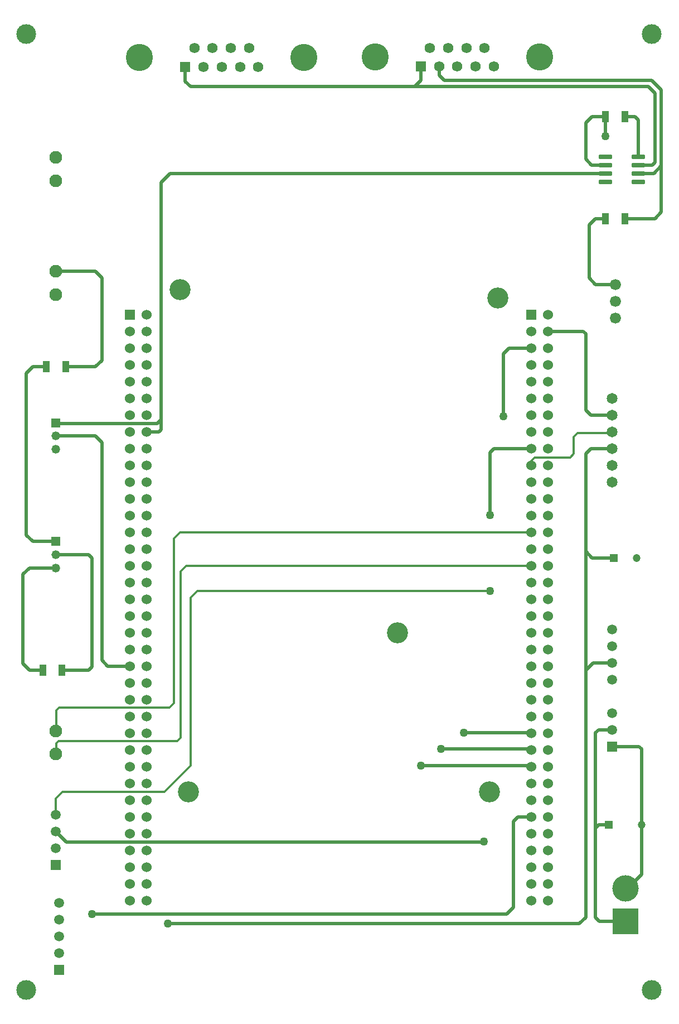
<source format=gtl>
G04*
G04 #@! TF.GenerationSoftware,Altium Limited,Altium Designer,22.8.2 (66)*
G04*
G04 Layer_Physical_Order=1*
G04 Layer_Color=255*
%FSLAX42Y42*%
%MOMM*%
G71*
G04*
G04 #@! TF.SameCoordinates,418904E4-A97B-41F3-844E-409F60187B30*
G04*
G04*
G04 #@! TF.FilePolarity,Positive*
G04*
G01*
G75*
%ADD16R,1.13X1.77*%
G04:AMPARAMS|DCode=17|XSize=1.97mm|YSize=0.6mm|CornerRadius=0.08mm|HoleSize=0mm|Usage=FLASHONLY|Rotation=0.000|XOffset=0mm|YOffset=0mm|HoleType=Round|Shape=RoundedRectangle|*
%AMROUNDEDRECTD17*
21,1,1.97,0.45,0,0,0.0*
21,1,1.82,0.60,0,0,0.0*
1,1,0.15,0.91,-0.23*
1,1,0.15,-0.91,-0.23*
1,1,0.15,-0.91,0.23*
1,1,0.15,0.91,0.23*
%
%ADD17ROUNDEDRECTD17*%
%ADD39C,0.50*%
%ADD40C,0.35*%
%ADD41R,1.51X1.51*%
%ADD42C,1.51*%
%ADD43C,1.53*%
%ADD44C,3.20*%
%ADD45R,1.53X1.53*%
%ADD46R,1.20X1.20*%
%ADD47C,1.20*%
%ADD48C,1.95*%
%ADD49C,1.65*%
%ADD50C,3.00*%
%ADD51C,1.58*%
%ADD52R,1.58X1.58*%
%ADD53C,4.12*%
%ADD54R,1.32X1.32*%
%ADD55C,1.32*%
%ADD56C,1.68*%
%ADD57C,4.00*%
%ADD58R,4.00X4.00*%
%ADD59C,1.27*%
D16*
X850Y9700D02*
D03*
X556D02*
D03*
X503Y5100D02*
D03*
X797D02*
D03*
X9347Y11950D02*
D03*
X9053D02*
D03*
Y13500D02*
D03*
X9347D02*
D03*
D17*
X9547Y12890D02*
D03*
Y12764D02*
D03*
Y12636D02*
D03*
Y12510D02*
D03*
X9053D02*
D03*
Y12636D02*
D03*
Y12764D02*
D03*
Y12890D02*
D03*
D39*
X9150Y3942D02*
X9558D01*
X9600Y3900D01*
Y2000D02*
Y3900D01*
X8900Y2700D02*
Y4150D01*
X8946Y4196D01*
X9150D01*
X8750Y5100D02*
X8862Y5212D01*
X8750Y3150D02*
Y6900D01*
X8862Y5212D02*
X9150D01*
X7904Y3650D02*
X7921Y3633D01*
X6250Y3650D02*
X7904D01*
X7908Y3900D02*
X7921Y3887D01*
X6550Y3900D02*
X7908D01*
X7912Y4150D02*
X7921Y4141D01*
X6900Y4150D02*
X7912D01*
X2400Y1250D02*
X8650D01*
X8750Y1350D02*
Y1500D01*
X8650Y1250D02*
X8750Y1350D01*
X8750Y1500D02*
X8750Y1500D01*
X8750Y1500D02*
Y3150D01*
X8750Y3150D01*
X2132Y2492D02*
X7192D01*
X7200Y2500D01*
X1772Y2492D02*
X1878D01*
X2026D01*
X700Y2650D02*
X858Y2492D01*
X1772D01*
X2026D02*
X2132D01*
X7650Y1500D02*
Y2800D01*
X7721Y2871D01*
X7550Y1400D02*
X7650Y1500D01*
X7721Y2871D02*
X7921D01*
X700Y8842D02*
X2242Y8842D01*
X8750Y8380D02*
X8826Y8456D01*
X9150D01*
X8750Y6900D02*
X8750Y8380D01*
X8826Y8964D02*
X9150D01*
X8750Y9040D02*
X8826Y8964D01*
X8750Y9040D02*
Y10200D01*
X8850Y6800D02*
X9175D01*
X8750Y6900D02*
X8850Y6800D01*
X8950Y2750D02*
X9100D01*
X8900Y2700D02*
X8950Y2750D01*
X8900Y1350D02*
Y2700D01*
Y1350D02*
X8960Y1290D01*
X9350D01*
X9390Y1790D02*
X9600Y2000D01*
X9350Y1790D02*
X9390D01*
X7300Y7450D02*
Y8400D01*
X7359Y8459D01*
X7921D01*
X7500Y8950D02*
Y9900D01*
X7583Y9983D01*
X7921D01*
X1250Y1400D02*
X7550Y1400D01*
X2265Y8715D02*
X2300Y8750D01*
Y8900D01*
X2242Y8842D02*
X2300Y8900D01*
Y12500D02*
X2436Y12636D01*
X2300Y8900D02*
Y12500D01*
X300Y5100D02*
X503D01*
X200Y5200D02*
Y6550D01*
Y5200D02*
X300Y5100D01*
X200Y6550D02*
X300Y6650D01*
X700D01*
X797Y5100D02*
X1200D01*
X1250Y5150D01*
Y6800D01*
X1200Y6850D02*
X1250Y6800D01*
X700Y6850D02*
X1200D01*
X8713Y10237D02*
X8750Y10200D01*
X850Y9700D02*
X1300D01*
X1400Y9800D02*
Y11050D01*
X1300Y9700D02*
X1400Y9800D01*
X1300Y11150D02*
X1400Y11050D01*
X700Y11150D02*
X1300D01*
X350Y9700D02*
X550D01*
X250Y9600D02*
X350Y9700D01*
X700Y8650D02*
X1300D01*
X1400Y5250D02*
X1491Y5159D01*
X1300Y8650D02*
X1400Y8550D01*
X1491Y5159D02*
X1825D01*
X1400Y5250D02*
Y8550D01*
X8175Y10237D02*
X8713D01*
X2436Y12636D02*
X9053D01*
X250Y7150D02*
Y9600D01*
Y7150D02*
X350Y7050D01*
X700D01*
X9053Y13203D02*
Y13500D01*
X2079Y8715D02*
X2265D01*
X9900Y12050D02*
Y12750D01*
X9800Y11950D02*
X9900Y12050D01*
X9347Y11950D02*
X9800D01*
X9350Y1290D02*
X9356Y1296D01*
X8800Y11050D02*
X8900Y10950D01*
X8800Y11050D02*
Y11850D01*
X8900Y10950D02*
X9200D01*
X8800Y11850D02*
X8900Y11950D01*
X9053D01*
X8836Y12764D02*
X9053D01*
X8750Y12850D02*
Y13400D01*
Y12850D02*
X8836Y12764D01*
X8750Y13400D02*
X8850Y13500D01*
X9053D01*
X9550Y12893D02*
Y13450D01*
X9547Y12890D02*
X9550Y12893D01*
X9500Y13500D02*
X9550Y13450D01*
X9347Y13500D02*
X9500D01*
X6522Y14127D02*
Y14258D01*
Y14127D02*
X6600Y14050D01*
X9750D01*
X9900Y12750D02*
Y13900D01*
X9547Y12636D02*
X9786D01*
X9900Y12750D01*
X9750Y14050D02*
X9900Y13900D01*
X9800Y12800D02*
Y13850D01*
X9547Y12764D02*
X9764D01*
X9800Y12800D01*
X9700Y13950D02*
X9800Y13850D01*
X6150Y13950D02*
X9700D01*
X6150D02*
X6246Y14046D01*
Y14258D01*
X2750Y13950D02*
X6150D01*
X2669Y14031D02*
X2750Y13950D01*
X2669Y14031D02*
Y14250D01*
D40*
X700Y3150D02*
X800Y3250D01*
X700Y2904D02*
Y3150D01*
X800Y3250D02*
X2350D01*
X8630Y8700D02*
X9134D01*
X8570Y8380D02*
Y8640D01*
X8630Y8700D01*
X8514Y8324D02*
X8570Y8380D01*
X8224Y8324D02*
X8514D01*
X7974D02*
X8224D01*
X7921Y8271D02*
X7974Y8324D01*
X7921Y8205D02*
Y8271D01*
X2350Y3250D02*
X2750Y3650D01*
Y6200D01*
X2850Y6300D01*
X7300D01*
X2600Y4070D02*
Y6600D01*
X2550Y4020D02*
X2600Y4070D01*
X740Y4020D02*
X2550D01*
X752Y4532D02*
X2432D01*
X710Y4185D02*
Y4490D01*
X752Y4532D01*
X710Y3835D02*
Y3990D01*
X740Y4020D01*
X700Y3825D02*
X710Y3835D01*
X2600Y6600D02*
X2681Y6681D01*
X7921D01*
X700Y4175D02*
X710Y4185D01*
X2432Y4532D02*
X2500Y4600D01*
Y7100D01*
X2589Y7189D01*
X7921D01*
D41*
X750Y550D02*
D03*
X700Y2142D02*
D03*
X9150Y3942D02*
D03*
D42*
X750Y804D02*
D03*
Y1058D02*
D03*
Y1312D02*
D03*
Y1566D02*
D03*
X700Y2396D02*
D03*
Y2650D02*
D03*
Y2904D02*
D03*
X9150Y5720D02*
D03*
Y5466D02*
D03*
Y5212D02*
D03*
Y4958D02*
D03*
Y4450D02*
D03*
Y4196D02*
D03*
D43*
X8175Y1601D02*
D03*
X7921D02*
D03*
X8175Y1855D02*
D03*
X7921D02*
D03*
X8175Y2109D02*
D03*
X7921D02*
D03*
X8175Y2363D02*
D03*
X7921D02*
D03*
X8175Y2617D02*
D03*
X7921D02*
D03*
X8175Y2871D02*
D03*
X7921D02*
D03*
X8175Y3125D02*
D03*
X7921D02*
D03*
X8175Y3379D02*
D03*
X7921D02*
D03*
X8175Y3633D02*
D03*
X7921D02*
D03*
X8175Y3887D02*
D03*
X7921D02*
D03*
X8175Y4141D02*
D03*
X7921D02*
D03*
X8175Y4395D02*
D03*
X7921D02*
D03*
X8175Y4649D02*
D03*
X7921D02*
D03*
X8175Y4903D02*
D03*
X7921D02*
D03*
X8175Y5157D02*
D03*
X7921D02*
D03*
X8175Y5411D02*
D03*
X7921D02*
D03*
X8175Y5665D02*
D03*
X7921D02*
D03*
X8175Y5919D02*
D03*
X7921D02*
D03*
X8175Y6173D02*
D03*
X7921D02*
D03*
X8175Y6427D02*
D03*
X7921D02*
D03*
X8175Y6681D02*
D03*
X7921D02*
D03*
X8175Y6935D02*
D03*
X7921D02*
D03*
X8175Y7189D02*
D03*
X7921D02*
D03*
X8175Y7443D02*
D03*
X7921D02*
D03*
X8175Y7697D02*
D03*
X7921D02*
D03*
X8175Y7951D02*
D03*
X7921D02*
D03*
X8175Y8205D02*
D03*
X7921D02*
D03*
X8175Y8459D02*
D03*
X7921D02*
D03*
X8175Y8713D02*
D03*
X7921D02*
D03*
X8175Y8967D02*
D03*
X7921D02*
D03*
X8175Y9221D02*
D03*
X7921D02*
D03*
X8175Y9475D02*
D03*
X7921D02*
D03*
X8175Y9729D02*
D03*
X7921D02*
D03*
X8175Y9983D02*
D03*
X7921D02*
D03*
X8175Y10237D02*
D03*
X7921D02*
D03*
X2079Y1603D02*
D03*
X1825D02*
D03*
X8175Y10491D02*
D03*
X2079Y1857D02*
D03*
X1825D02*
D03*
X2079Y2111D02*
D03*
X1825D02*
D03*
X2079Y2365D02*
D03*
X1825D02*
D03*
X2079Y2619D02*
D03*
X1825D02*
D03*
X2079Y2873D02*
D03*
X1825D02*
D03*
X2079Y3127D02*
D03*
X1825D02*
D03*
X2079Y3381D02*
D03*
X1825D02*
D03*
X2079Y3635D02*
D03*
X1825D02*
D03*
X2079Y3889D02*
D03*
X1825D02*
D03*
X2079Y4143D02*
D03*
X1825D02*
D03*
X2079Y4397D02*
D03*
X1825D02*
D03*
X2079Y4651D02*
D03*
X1825D02*
D03*
X2079Y4905D02*
D03*
X1825D02*
D03*
X2079Y5159D02*
D03*
X1825D02*
D03*
X2079Y5413D02*
D03*
X1825D02*
D03*
X2079Y5667D02*
D03*
X1825D02*
D03*
X2079Y5921D02*
D03*
X1825D02*
D03*
X2079Y6175D02*
D03*
X1825D02*
D03*
X2079Y6429D02*
D03*
X1825D02*
D03*
X2079Y6683D02*
D03*
X1825D02*
D03*
X2079Y6937D02*
D03*
X1825D02*
D03*
X2079Y7191D02*
D03*
X1825D02*
D03*
X2079Y7445D02*
D03*
X1825D02*
D03*
X2079Y7699D02*
D03*
X1825D02*
D03*
X2079Y7953D02*
D03*
X1825D02*
D03*
X2079Y8207D02*
D03*
X1825D02*
D03*
X2079Y8461D02*
D03*
X1825D02*
D03*
X2079Y8715D02*
D03*
X1825D02*
D03*
X2079Y8969D02*
D03*
X1825D02*
D03*
X2079Y9223D02*
D03*
X1825D02*
D03*
X2079Y9477D02*
D03*
X1825D02*
D03*
X2079Y9731D02*
D03*
X1825D02*
D03*
X2079Y9985D02*
D03*
X1825D02*
D03*
X2079Y10239D02*
D03*
X1825D02*
D03*
X2079Y10493D02*
D03*
D44*
X2587Y10874D02*
D03*
X5889Y5667D02*
D03*
X7413Y10747D02*
D03*
X7286Y3254D02*
D03*
X2714D02*
D03*
D45*
X7921Y10491D02*
D03*
X1825Y10493D02*
D03*
D46*
X9100Y2750D02*
D03*
X9175Y6800D02*
D03*
D47*
X9600Y2750D02*
D03*
X9525Y6800D02*
D03*
D48*
X700Y3825D02*
D03*
Y4175D02*
D03*
Y12875D02*
D03*
Y12525D02*
D03*
Y10800D02*
D03*
Y11150D02*
D03*
D49*
X9150Y9218D02*
D03*
Y8964D02*
D03*
Y8710D02*
D03*
Y7948D02*
D03*
Y8202D02*
D03*
Y8456D02*
D03*
D50*
X250Y14750D02*
D03*
X9750D02*
D03*
Y250D02*
D03*
X250D02*
D03*
D51*
X3777Y14250D02*
D03*
X3638Y14534D02*
D03*
X3500Y14250D02*
D03*
X3362Y14534D02*
D03*
X3223Y14250D02*
D03*
X3084Y14534D02*
D03*
X2946Y14250D02*
D03*
X2808Y14534D02*
D03*
X6384Y14542D02*
D03*
X6522Y14258D02*
D03*
X6661Y14542D02*
D03*
X6800Y14258D02*
D03*
X6938Y14542D02*
D03*
X7076Y14258D02*
D03*
X7215Y14542D02*
D03*
X7354Y14258D02*
D03*
D52*
X2669Y14250D02*
D03*
X6246Y14258D02*
D03*
D53*
X4472Y14392D02*
D03*
X1974D02*
D03*
X5550Y14400D02*
D03*
X8049D02*
D03*
D54*
X700Y7050D02*
D03*
Y8850D02*
D03*
D55*
Y6850D02*
D03*
Y6650D02*
D03*
Y8650D02*
D03*
Y8450D02*
D03*
D56*
X9200Y10950D02*
D03*
Y10442D02*
D03*
Y10696D02*
D03*
D57*
X9350Y1790D02*
D03*
D58*
Y1290D02*
D03*
D59*
X6250Y3650D02*
D03*
X6550Y3900D02*
D03*
X6900Y4150D02*
D03*
X2400Y1250D02*
D03*
X7200Y2500D02*
D03*
X7300Y6300D02*
D03*
Y7450D02*
D03*
X7500Y8950D02*
D03*
X1250Y1400D02*
D03*
X9050Y13200D02*
D03*
M02*

</source>
